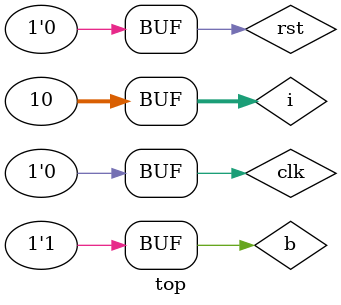
<source format=v>
module top;

reg a, clk, rst, b;
reg[31:0] i;

always @(posedge clk) begin
    if (rst)
        a <= 0;
    else
        a <= b;
end

initial begin
    clk = 0;
    rst = 1;
    #5;
    clk = 1;
    #5;
    clk = 0;
    rst = 0;
    #0;

    for (i = 0; i < 10; i++) begin
        clk = 1;
        b = i % 2;
        #5;
        clk = 0;
        #5;
    end

end

endmodule

</source>
